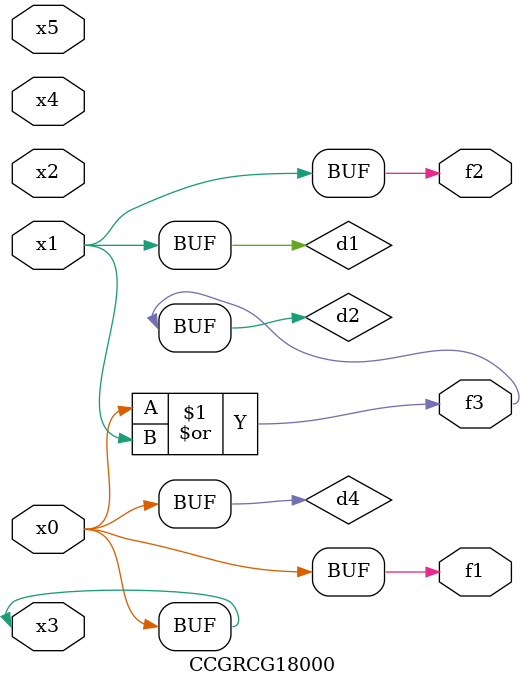
<source format=v>
module CCGRCG18000(
	input x0, x1, x2, x3, x4, x5,
	output f1, f2, f3
);

	wire d1, d2, d3, d4;

	and (d1, x1);
	or (d2, x0, x1);
	nand (d3, x0, x5);
	buf (d4, x0, x3);
	assign f1 = d4;
	assign f2 = d1;
	assign f3 = d2;
endmodule

</source>
